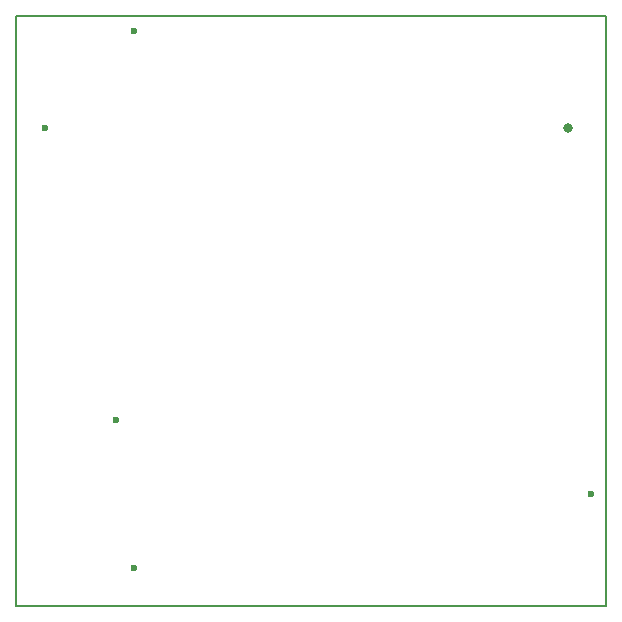
<source format=gtl>
G04 #@! TF.GenerationSoftware,KiCad,Pcbnew,6.0.0-d3dd2cf0fa~116~ubuntu20.04.1*
G04 #@! TF.CreationDate,2022-01-09T22:46:25+01:00*
G04 #@! TF.ProjectId,Statikplatte,53746174-696b-4706-9c61-7474652e6b69,rev?*
G04 #@! TF.SameCoordinates,Original*
G04 #@! TF.FileFunction,Copper,L1,Top*
G04 #@! TF.FilePolarity,Positive*
%FSLAX46Y46*%
G04 Gerber Fmt 4.6, Leading zero omitted, Abs format (unit mm)*
G04 Created by KiCad (PCBNEW 6.0.0-d3dd2cf0fa~116~ubuntu20.04.1) date 2022-01-09 22:46:25*
%MOMM*%
%LPD*%
G01*
G04 APERTURE LIST*
G04 #@! TA.AperFunction,Profile*
%ADD10C,0.150000*%
G04 #@! TD*
G04 #@! TA.AperFunction,ViaPad*
%ADD11C,0.600000*%
G04 #@! TD*
G04 #@! TA.AperFunction,ViaPad*
%ADD12C,0.800000*%
G04 #@! TD*
G04 APERTURE END LIST*
D10*
X125000000Y-75000000D02*
X175000000Y-75000000D01*
X175000000Y-75000000D02*
X175000000Y-125000000D01*
X125000000Y-125000000D02*
X175000000Y-125000000D01*
X125000000Y-75000000D02*
X125000000Y-125000000D01*
D11*
X173750000Y-115500000D03*
X135000000Y-76250000D03*
X127500000Y-84500000D03*
X135000000Y-121750000D03*
D12*
X171750000Y-84500000D03*
D11*
X133500000Y-109250000D03*
M02*

</source>
